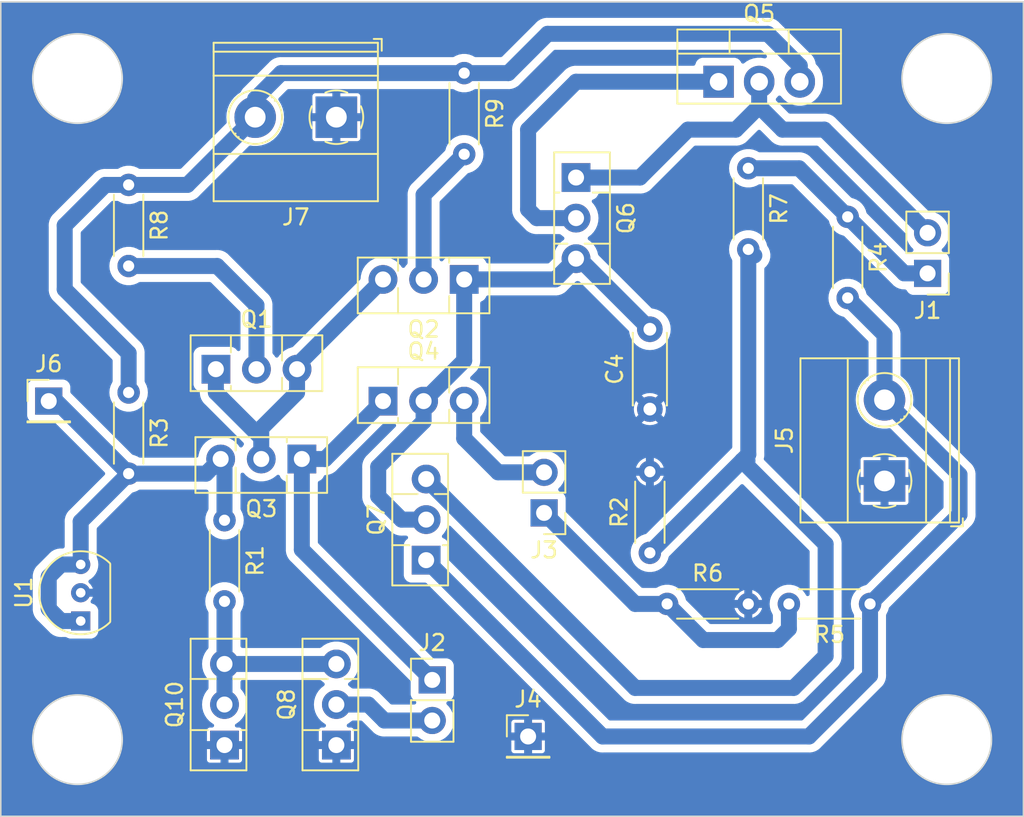
<source format=kicad_pcb>
(kicad_pcb (version 20221018) (generator pcbnew)
  (layers (0 "F.Cu" signal) (31 "B.Cu" signal) (34 "B.Paste" user) (35 "F.Paste" user) (36 "B.SilkS" user "B.Silkscreen") (37 "F.SilkS" user "F.Silkscreen") (38 "B.Mask" user) (39 "F.Mask" user) (44 "Edge.Cuts" user))
  (net 0 "")
  (net 1 "Net-(Q2-E)")
  (net 2 "GND")
  (net 3 "Net-(J5-Pin_2)")
  (net 4 "Net-(J7-Pin_2)")
  (net 5 "Net-(J6-Pin_1)")
  (net 6 "Net-(J1-Pin_1)")
  (net 7 "Net-(Q1-B)")
  (net 8 "Net-(Q7-B)")
  (net 9 "Net-(Q10-B)")
  (net 10 "Net-(Q1-C)")
  (net 11 "Net-(Q2-C)")
  (net 12 "Net-(Q5-B)")
  (net 13 "Net-(J2-Pin_1)")
  (net 14 "Net-(J3-Pin_1)")
  (net 15 "Net-(J3-Pin_2)")
  (net 16 "Net-(J2-Pin_2)")
  (net 17 "Net-(J1-Pin_2)")
  (footprint "Resistor_THT:R_Axial_DIN0204_L3.6mm_D1.6mm_P5.08mm_Horizontal" (layer "F.Cu") (at 157.78 53.42 -90)
    (fp_text reference "R7" (at 2.54 -1.92 90) (layer "F.SilkS"))
    (fp_text value "470")
    (fp_line (start 0.62 -0.92) (end 4.46 -0.92) (stroke (width 0.12)) (layer "F.SilkS"))
    (fp_line (start 0.62 0.92) (end 4.46 0.92) (stroke (width 0.12)) (layer "F.SilkS"))
    (pad "1" thru_hole circle (at 0 0 270) (size 1.4 1.4) (drill 0.7) (layers "*.Cu" "*.Mask") (net 6 "Net-(J1-Pin_1)"))
    (pad "2" thru_hole oval (at 5.08 0 270) (size 1.4 1.4) (drill 0.7) (layers "*.Cu" "*.Mask") (net 8 "Net-(Q7-B)"))
  )
  (footprint "Connector_PinHeader_2.54mm:PinHeader_1x01_P2.54mm_Vertical" (layer "F.Cu") (at 144 89)
    (fp_text reference "J4" (at 0 -2.33) (layer "F.SilkS"))
    (fp_text value "gnd")
    (fp_line (start -1.33 -1.33) (end 0 -1.33) (stroke (width 0.12)) (layer "F.SilkS"))
    (fp_line (start -1.33 0) (end -1.33 -1.33) (stroke (width 0.12)) (layer "F.SilkS"))
    (fp_line (start -1.33 1.27) (end -1.33 1.33) (stroke (width 0.12)) (layer "F.SilkS"))
    (fp_line (start -1.33 1.27) (end 1.33 1.27) (stroke (width 0.12)) (layer "F.SilkS"))
    (fp_line (start -1.33 1.33) (end 1.33 1.33) (stroke (width 0.12)) (layer "F.SilkS"))
    (fp_line (start 1.33 1.27) (end 1.33 1.33) (stroke (width 0.12)) (layer "F.SilkS"))
    (pad "1" thru_hole rect (at 0 0) (size 1.7 1.7) (drill 1) (layers "*.Cu" "*.Mask") (net 2 "GND"))
  )
  (footprint "Connector_PinHeader_2.54mm:PinHeader_1x02_P2.54mm_Vertical" (layer "F.Cu") (at 169 60 180)
    (fp_text reference "J1" (at 0 -2.33) (layer "F.SilkS"))
    (fp_text value "I1")
    (fp_line (start -1.33 -1.33) (end 0 -1.33) (stroke (width 0.12)) (layer "F.SilkS"))
    (fp_line (start -1.33 0) (end -1.33 -1.33) (stroke (width 0.12)) (layer "F.SilkS"))
    (fp_line (start -1.33 1.27) (end -1.33 3.87) (stroke (width 0.12)) (layer "F.SilkS"))
    (fp_line (start -1.33 1.27) (end 1.33 1.27) (stroke (width 0.12)) (layer "F.SilkS"))
    (fp_line (start -1.33 3.87) (end 1.33 3.87) (stroke (width 0.12)) (layer "F.SilkS"))
    (fp_line (start 1.33 1.27) (end 1.33 3.87) (stroke (width 0.12)) (layer "F.SilkS"))
    (pad "1" thru_hole rect (at 0 0 180) (size 1.7 1.7) (drill 1) (layers "*.Cu" "*.Mask") (net 6 "Net-(J1-Pin_1)"))
    (pad "2" thru_hole oval (at 0 2.54 180) (size 1.7 1.7) (drill 1) (layers "*.Cu" "*.Mask") (net 17 "Net-(J1-Pin_2)"))
  )
  (footprint "Capacitor_THT:C_Disc_D4.3mm_W1.9mm_P5.00mm" (layer "F.Cu") (at 151.62 68.5 90)
    (fp_text reference "C4" (at 2.5 -2.2 90) (layer "F.SilkS"))
    (fp_text value "330n")
    (fp_line (start 0.23 -1.07) (end 0.23 -1.055) (stroke (width 0.12)) (layer "F.SilkS"))
    (fp_line (start 0.23 -1.07) (end 4.77 -1.07) (stroke (width 0.12)) (layer "F.SilkS"))
    (fp_line (start 0.23 1.055) (end 0.23 1.07) (stroke (width 0.12)) (layer "F.SilkS"))
    (fp_line (start 0.23 1.07) (end 4.77 1.07) (stroke (width 0.12)) (layer "F.SilkS"))
    (fp_line (start 4.77 -1.07) (end 4.77 -1.055) (stroke (width 0.12)) (layer "F.SilkS"))
    (fp_line (start 4.77 1.055) (end 4.77 1.07) (stroke (width 0.12)) (layer "F.SilkS"))
    (pad "1" thru_hole circle (at 0 0 90) (size 1.6 1.6) (drill 0.8) (layers "*.Cu" "*.Mask") (net 2 "GND"))
    (pad "2" thru_hole circle (at 5 0 90) (size 1.6 1.6) (drill 0.8) (layers "*.Cu" "*.Mask") (net 1 "Net-(Q2-E)"))
  )
  (footprint "Package_TO_SOT_THT:TO-126-3_Vertical" (layer "F.Cu") (at 125 89.54 90)
    (fp_text reference "Q10" (at 2.54 -3.12 90) (layer "F.SilkS"))
    (fp_text value "BD139")
    (fp_line (start -1.58 -2.12) (end -1.58 1.37) (stroke (width 0.12)) (layer "F.SilkS"))
    (fp_line (start -1.58 -2.12) (end 6.66 -2.12) (stroke (width 0.12)) (layer "F.SilkS"))
    (fp_line (start -1.58 1.37) (end 6.66 1.37) (stroke (width 0.12)) (layer "F.SilkS"))
    (fp_line (start 0.94 -2.12) (end 0.94 -1.05) (stroke (width 0.12)) (layer "F.SilkS"))
    (fp_line (start 0.94 1.05) (end 0.94 1.37) (stroke (width 0.12)) (layer "F.SilkS"))
    (fp_line (start 4.141 -2.12) (end 4.141 -0.54) (stroke (width 0.12)) (layer "F.SilkS"))
    (fp_line (start 4.141 0.54) (end 4.141 1.37) (stroke (width 0.12)) (layer "F.SilkS"))
    (fp_line (start 6.66 -2.12) (end 6.66 1.37) (stroke (width 0.12)) (layer "F.SilkS"))
    (pad "1" thru_hole rect (at 0 0 90) (size 1.8 1.8) (drill 1) (layers "*.Cu" "*.Mask") (net 2 "GND"))
    (pad "2" thru_hole oval (at 2.54 0 90) (size 1.8 1.8) (drill 1) (layers "*.Cu" "*.Mask") (net 9 "Net-(Q10-B)"))
    (pad "3" thru_hole oval (at 5.08 0 90) (size 1.8 1.8) (drill 1) (layers "*.Cu" "*.Mask") (net 9 "Net-(Q10-B)"))
  )
  (footprint "Connector_PinHeader_2.54mm:PinHeader_1x02_P2.54mm_Vertical" (layer "F.Cu") (at 145 75 180)
    (fp_text reference "J3" (at 0 -2.33) (layer "F.SilkS"))
    (fp_text value "I3")
    (fp_line (start -1.33 -1.33) (end 0 -1.33) (stroke (width 0.12)) (layer "F.SilkS"))
    (fp_line (start -1.33 0) (end -1.33 -1.33) (stroke (width 0.12)) (layer "F.SilkS"))
    (fp_line (start -1.33 1.27) (end -1.33 3.87) (stroke (width 0.12)) (layer "F.SilkS"))
    (fp_line (start -1.33 1.27) (end 1.33 1.27) (stroke (width 0.12)) (layer "F.SilkS"))
    (fp_line (start -1.33 3.87) (end 1.33 3.87) (stroke (width 0.12)) (layer "F.SilkS"))
    (fp_line (start 1.33 1.27) (end 1.33 3.87) (stroke (width 0.12)) (layer "F.SilkS"))
    (pad "1" thru_hole rect (at 0 0 180) (size 1.7 1.7) (drill 1) (layers "*.Cu" "*.Mask") (net 14 "Net-(J3-Pin_1)"))
    (pad "2" thru_hole oval (at 0 2.54 180) (size 1.7 1.7) (drill 1) (layers "*.Cu" "*.Mask") (net 15 "Net-(J3-Pin_2)"))
  )
  (footprint "TerminalBlock_Phoenix:TerminalBlock_Phoenix_MKDS-1,5-2-5.08_1x02_P5.08mm_Horizontal" (layer "F.Cu") (at 132 50.22 180)
    (fp_text reference "J7" (at 2.54 -6.26) (layer "F.SilkS"))
    (fp_text value "in")
    (fp_line (start -2.84 4.16) (end -2.84 4.9) (stroke (width 0.12)) (layer "F.SilkS"))
    (fp_line (start -2.84 4.9) (end -2.34 4.9) (stroke (width 0.12)) (layer "F.SilkS"))
    (fp_line (start -2.6 -5.261) (end -2.6 4.66) (stroke (width 0.12)) (layer "F.SilkS"))
    (fp_line (start -2.6 -5.261) (end 7.68 -5.261) (stroke (width 0.12)) (layer "F.SilkS"))
    (fp_line (start -2.6 -2.301) (end 7.68 -2.301) (stroke (width 0.12)) (layer "F.SilkS"))
    (fp_line (start -2.6 2.6) (end 7.68 2.6) (stroke (width 0.12)) (layer "F.SilkS"))
    (fp_line (start -2.6 4.1) (end 7.68 4.1) (stroke (width 0.12)) (layer "F.SilkS"))
    (fp_line (start -2.6 4.66) (end 7.68 4.66) (stroke (width 0.12)) (layer "F.SilkS"))
    (fp_line (start 3.853 1.023) (end 3.806 1.069) (stroke (width 0.12)) (layer "F.SilkS"))
    (fp_line (start 4.046 1.239) (end 4.011 1.274) (stroke (width 0.12)) (layer "F.SilkS"))
    (fp_line (start 6.15 -1.275) (end 6.115 -1.239) (stroke (width 0.12)) (layer "F.SilkS"))
    (fp_line (start 6.355 -1.069) (end 6.308 -1.023) (stroke (width 0.12)) (layer "F.SilkS"))
    (fp_line (start 7.68 -5.261) (end 7.68 4.66) (stroke (width 0.12)) (layer "F.SilkS"))
    (fp_arc (start -1.535427 0.683042) (mid -1.680501 -0.000524) (end -1.535 -0.684) (stroke (width 0.12)) (layer "F.SilkS"))
    (fp_arc (start -0.683042 -1.535427) (mid 0.000524 -1.680501) (end 0.684 -1.535) (stroke (width 0.12)) (layer "F.SilkS"))
    (fp_arc (start 0.028805 1.680253) (mid -0.335551 1.646659) (end -0.684 1.535) (stroke (width 0.12)) (layer "F.SilkS"))
    (fp_arc (start 0.683318 1.534756) (mid 0.349292 1.643288) (end 0 1.68) (stroke (width 0.12)) (layer "F.SilkS"))
    (fp_arc (start 1.535427 -0.683042) (mid 1.680501 0.000524) (end 1.535 0.684) (stroke (width 0.12)) (layer "F.SilkS"))
    (fp_circle (center 5.08 0) (end 6.76 0) (stroke (width 0.12)) (fill none) (layer "F.SilkS"))
    (pad "1" thru_hole rect (at 0 0 180) (size 2.6 2.6) (drill 1.3) (layers "*.Cu" "*.Mask") (net 2 "GND"))
    (pad "2" thru_hole circle (at 5.08 0 180) (size 2.6 2.6) (drill 1.3) (layers "*.Cu" "*.Mask") (net 4 "Net-(J7-Pin_2)"))
  )
  (footprint "Resistor_THT:R_Axial_DIN0204_L3.6mm_D1.6mm_P5.08mm_Horizontal" (layer "F.Cu") (at 140 47.46 -90)
    (fp_text reference "R9" (at 2.54 -1.92 90) (layer "F.SilkS"))
    (fp_text value "100")
    (fp_line (start 0.62 -0.92) (end 4.46 -0.92) (stroke (width 0.12)) (layer "F.SilkS"))
    (fp_line (start 0.62 0.92) (end 4.46 0.92) (stroke (width 0.12)) (layer "F.SilkS"))
    (pad "1" thru_hole circle (at 0 0 270) (size 1.4 1.4) (drill 0.7) (layers "*.Cu" "*.Mask") (net 4 "Net-(J7-Pin_2)"))
    (pad "2" thru_hole oval (at 5.08 0 270) (size 1.4 1.4) (drill 0.7) (layers "*.Cu" "*.Mask") (net 11 "Net-(Q2-C)"))
  )
  (footprint "Package_TO_SOT_THT:TO-220-3_Vertical" (layer "F.Cu") (at 155.92 48)
    (fp_text reference "Q5" (at 2.54 -4.27) (layer "F.SilkS"))
    (fp_text value "TIP42C")
    (fp_line (start -2.58 -3.27) (end -2.58 1.371) (stroke (width 0.12)) (layer "F.SilkS"))
    (fp_line (start -2.58 -3.27) (end 7.66 -3.27) (stroke (width 0.12)) (layer "F.SilkS"))
    (fp_line (start -2.58 -1.76) (end 7.66 -1.76) (stroke (width 0.12)) (layer "F.SilkS"))
    (fp_line (start -2.58 1.371) (end 7.66 1.371) (stroke (width 0.12)) (layer "F.SilkS"))
    (fp_line (start 0.69 -3.27) (end 0.69 -1.76) (stroke (width 0.12)) (layer "F.SilkS"))
    (fp_line (start 4.391 -3.27) (end 4.391 -1.76) (stroke (width 0.12)) (layer "F.SilkS"))
    (fp_line (start 7.66 -3.27) (end 7.66 1.371) (stroke (width 0.12)) (layer "F.SilkS"))
    (pad "1" thru_hole rect (at 0 0) (size 1.905 2) (drill 1.1) (layers "*.Cu" "*.Mask") (net 12 "Net-(Q5-B)"))
    (pad "2" thru_hole oval (at 2.54 0) (size 1.905 2) (drill 1.1) (layers "*.Cu" "*.Mask") (net 17 "Net-(J1-Pin_2)"))
    (pad "3" thru_hole oval (at 5.08 0) (size 1.905 2) (drill 1.1) (layers "*.Cu" "*.Mask") (net 4 "Net-(J7-Pin_2)"))
  )
  (footprint "Connector_PinHeader_2.54mm:PinHeader_1x01_P2.54mm_Vertical" (layer "F.Cu") (at 114 68)
    (fp_text reference "J6" (at 0 -2.33) (layer "F.SilkS"))
    (fp_text value "V1")
    (fp_line (start -1.33 -1.33) (end 0 -1.33) (stroke (width 0.12)) (layer "F.SilkS"))
    (fp_line (start -1.33 0) (end -1.33 -1.33) (stroke (width 0.12)) (layer "F.SilkS"))
    (fp_line (start -1.33 1.27) (end -1.33 1.33) (stroke (width 0.12)) (layer "F.SilkS"))
    (fp_line (start -1.33 1.27) (end 1.33 1.27) (stroke (width 0.12)) (layer "F.SilkS"))
    (fp_line (start -1.33 1.33) (end 1.33 1.33) (stroke (width 0.12)) (layer "F.SilkS"))
    (fp_line (start 1.33 1.27) (end 1.33 1.33) (stroke (width 0.12)) (layer "F.SilkS"))
    (pad "1" thru_hole rect (at 0 0) (size 1.7 1.7) (drill 1) (layers "*.Cu" "*.Mask") (net 5 "Net-(J6-Pin_1)"))
  )
  (footprint "Package_TO_SOT_THT:TO-126-3_Vertical" (layer "F.Cu") (at 129.84 71.625 180)
    (fp_text reference "Q3" (at 2.54 -3.12) (layer "F.SilkS"))
    (fp_text value "BD139")
    (fp_line (start -1.58 -2.12) (end -1.58 1.37) (stroke (width 0.12)) (layer "F.SilkS"))
    (fp_line (start -1.58 -2.12) (end 6.66 -2.12) (stroke (width 0.12)) (layer "F.SilkS"))
    (fp_line (start -1.58 1.37) (end 6.66 1.37) (stroke (width 0.12)) (layer "F.SilkS"))
    (fp_line (start 0.94 -2.12) (end 0.94 -1.05) (stroke (width 0.12)) (layer "F.SilkS"))
    (fp_line (start 0.94 1.05) (end 0.94 1.37) (stroke (width 0.12)) (layer "F.SilkS"))
    (fp_line (start 4.141 -2.12) (end 4.141 -0.54) (stroke (width 0.12)) (layer "F.SilkS"))
    (fp_line (start 4.141 0.54) (end 4.141 1.37) (stroke (width 0.12)) (layer "F.SilkS"))
    (fp_line (start 6.66 -2.12) (end 6.66 1.37) (stroke (width 0.12)) (layer "F.SilkS"))
    (pad "1" thru_hole rect (at 0 0 180) (size 1.8 1.8) (drill 1) (layers "*.Cu" "*.Mask") (net 13 "Net-(J2-Pin_1)"))
    (pad "2" thru_hole oval (at 2.54 0 180) (size 1.8 1.8) (drill 1) (layers "*.Cu" "*.Mask") (net 7 "Net-(Q1-B)"))
    (pad "3" thru_hole oval (at 5.08 0 180) (size 1.8 1.8) (drill 1) (layers "*.Cu" "*.Mask") (net 5 "Net-(J6-Pin_1)"))
  )
  (footprint "Package_TO_SOT_THT:TO-126-3_Vertical" (layer "F.Cu") (at 137.62 77.96 90)
    (fp_text reference "Q7" (at 2.54 -3.12 90) (layer "F.SilkS"))
    (fp_text value "BD139")
    (fp_line (start -1.58 -2.12) (end -1.58 1.37) (stroke (width 0.12)) (layer "F.SilkS"))
    (fp_line (start -1.58 -2.12) (end 6.66 -2.12) (stroke (width 0.12)) (layer "F.SilkS"))
    (fp_line (start -1.58 1.37) (end 6.66 1.37) (stroke (width 0.12)) (layer "F.SilkS"))
    (fp_line (start 0.94 -2.12) (end 0.94 -1.05) (stroke (width 0.12)) (layer "F.SilkS"))
    (fp_line (start 0.94 1.05) (end 0.94 1.37) (stroke (width 0.12)) (layer "F.SilkS"))
    (fp_line (start 4.141 -2.12) (end 4.141 -0.54) (stroke (width 0.12)) (layer "F.SilkS"))
    (fp_line (start 4.141 0.54) (end 4.141 1.37) (stroke (width 0.12)) (layer "F.SilkS"))
    (fp_line (start 6.66 -2.12) (end 6.66 1.37) (stroke (width 0.12)) (layer "F.SilkS"))
    (pad "1" thru_hole rect (at 0 0 90) (size 1.8 1.8) (drill 1) (layers "*.Cu" "*.Mask") (net 3 "Net-(J5-Pin_2)"))
    (pad "2" thru_hole oval (at 2.54 0 90) (size 1.8 1.8) (drill 1) (layers "*.Cu" "*.Mask") (net 1 "Net-(Q2-E)"))
    (pad "3" thru_hole oval (at 5.08 0 90) (size 1.8 1.8) (drill 1) (layers "*.Cu" "*.Mask") (net 8 "Net-(Q7-B)"))
  )
  (footprint "Resistor_THT:R_Axial_DIN0204_L3.6mm_D1.6mm_P5.08mm_Horizontal" (layer "F.Cu") (at 152.7 80.7)
    (fp_text reference "R6" (at 2.54 -1.92) (layer "F.SilkS"))
    (fp_text value "470")
    (fp_line (start 0.62 -0.92) (end 4.46 -0.92) (stroke (width 0.12)) (layer "F.SilkS"))
    (fp_line (start 0.62 0.92) (end 4.46 0.92) (stroke (width 0.12)) (layer "F.SilkS"))
    (pad "1" thru_hole circle (at 0 0) (size 1.4 1.4) (drill 0.7) (layers "*.Cu" "*.Mask") (net 14 "Net-(J3-Pin_1)"))
    (pad "2" thru_hole oval (at 5.08 0) (size 1.4 1.4) (drill 0.7) (layers "*.Cu" "*.Mask") (net 2 "GND"))
  )
  (footprint "Resistor_THT:R_Axial_DIN0204_L3.6mm_D1.6mm_P5.08mm_Horizontal" (layer "F.Cu") (at 119 54.46 -90)
    (fp_text reference "R8" (at 2.54 -1.92 90) (layer "F.SilkS"))
    (fp_text value "100")
    (fp_line (start 0.62 -0.92) (end 4.46 -0.92) (stroke (width 0.12)) (layer "F.SilkS"))
    (fp_line (start 0.62 0.92) (end 4.46 0.92) (stroke (width 0.12)) (layer "F.SilkS"))
    (pad "1" thru_hole circle (at 0 0 270) (size 1.4 1.4) (drill 0.7) (layers "*.Cu" "*.Mask") (net 4 "Net-(J7-Pin_2)"))
    (pad "2" thru_hole oval (at 5.08 0 270) (size 1.4 1.4) (drill 0.7) (layers "*.Cu" "*.Mask") (net 10 "Net-(Q1-C)"))
  )
  (footprint "Package_TO_SOT_THT:TO-126-3_Vertical" (layer "F.Cu") (at 140 60.38 180)
    (fp_text reference "Q2" (at 2.54 -3.12) (layer "F.SilkS"))
    (fp_text value "BD140")
    (fp_line (start -1.58 -2.12) (end -1.58 1.37) (stroke (width 0.12)) (layer "F.SilkS"))
    (fp_line (start -1.58 -2.12) (end 6.66 -2.12) (stroke (width 0.12)) (layer "F.SilkS"))
    (fp_line (start -1.58 1.37) (end 6.66 1.37) (stroke (width 0.12)) (layer "F.SilkS"))
    (fp_line (start 0.94 -2.12) (end 0.94 -1.05) (stroke (width 0.12)) (layer "F.SilkS"))
    (fp_line (start 0.94 1.05) (end 0.94 1.37) (stroke (width 0.12)) (layer "F.SilkS"))
    (fp_line (start 4.141 -2.12) (end 4.141 -0.54) (stroke (width 0.12)) (layer "F.SilkS"))
    (fp_line (start 4.141 0.54) (end 4.141 1.37) (stroke (width 0.12)) (layer "F.SilkS"))
    (fp_line (start 6.66 -2.12) (end 6.66 1.37) (stroke (width 0.12)) (layer "F.SilkS"))
    (pad "1" thru_hole rect (at 0 0 180) (size 1.8 1.8) (drill 1) (layers "*.Cu" "*.Mask") (net 1 "Net-(Q2-E)"))
    (pad "2" thru_hole oval (at 2.54 0 180) (size 1.8 1.8) (drill 1) (layers "*.Cu" "*.Mask") (net 11 "Net-(Q2-C)"))
    (pad "3" thru_hole oval (at 5.08 0 180) (size 1.8 1.8) (drill 1) (layers "*.Cu" "*.Mask") (net 7 "Net-(Q1-B)"))
  )
  (footprint "Package_TO_SOT_THT:TO-126-3_Vertical" (layer "F.Cu") (at 124.46 66)
    (fp_text reference "Q1" (at 2.54 -3.12) (layer "F.SilkS"))
    (fp_text value "BD140")
    (fp_line (start -1.58 -2.12) (end -1.58 1.37) (stroke (width 0.12)) (layer "F.SilkS"))
    (fp_line (start -1.58 -2.12) (end 6.66 -2.12) (stroke (width 0.12)) (layer "F.SilkS"))
    (fp_line (start -1.58 1.37) (end 6.66 1.37) (stroke (width 0.12)) (layer "F.SilkS"))
    (fp_line (start 0.94 -2.12) (end 0.94 -1.05) (stroke (width 0.12)) (layer "F.SilkS"))
    (fp_line (start 0.94 1.05) (end 0.94 1.37) (stroke (width 0.12)) (layer "F.SilkS"))
    (fp_line (start 4.141 -2.12) (end 4.141 -0.54) (stroke (width 0.12)) (layer "F.SilkS"))
    (fp_line (start 4.141 0.54) (end 4.141 1.37) (stroke (width 0.12)) (layer "F.SilkS"))
    (fp_line (start 6.66 -2.12) (end 6.66 1.37) (stroke (width 0.12)) (layer "F.SilkS"))
    (pad "1" thru_hole rect (at 0 0) (size 1.8 1.8) (drill 1) (layers "*.Cu" "*.Mask") (net 7 "Net-(Q1-B)"))
    (pad "2" thru_hole oval (at 2.54 0) (size 1.8 1.8) (drill 1) (layers "*.Cu" "*.Mask") (net 10 "Net-(Q1-C)"))
    (pad "3" thru_hole oval (at 5.08 0) (size 1.8 1.8) (drill 1) (layers "*.Cu" "*.Mask") (net 7 "Net-(Q1-B)"))
  )
  (footprint "Resistor_THT:R_Axial_DIN0204_L3.6mm_D1.6mm_P5.08mm_Horizontal" (layer "F.Cu") (at 165.4 80.7 180)
    (fp_text reference "R5" (at 2.54 -1.92) (layer "F.SilkS"))
    (fp_text value "470")
    (fp_line (start 0.62 -0.92) (end 4.46 -0.92) (stroke (width 0.12)) (layer "F.SilkS"))
    (fp_line (start 0.62 0.92) (end 4.46 0.92) (stroke (width 0.12)) (layer "F.SilkS"))
    (pad "1" thru_hole circle (at 0 0 180) (size 1.4 1.4) (drill 0.7) (layers "*.Cu" "*.Mask") (net 3 "Net-(J5-Pin_2)"))
    (pad "2" thru_hole oval (at 5.08 0 180) (size 1.4 1.4) (drill 0.7) (layers "*.Cu" "*.Mask") (net 14 "Net-(J3-Pin_1)"))
  )
  (footprint "Resistor_THT:R_Axial_DIN0204_L3.6mm_D1.6mm_P5.08mm_Horizontal" (layer "F.Cu") (at 119 67.46 -90)
    (fp_text reference "R3" (at 2.54 -1.92 90) (layer "F.SilkS"))
    (fp_text value "470")
    (fp_line (start 0.62 -0.92) (end 4.46 -0.92) (stroke (width 0.12)) (layer "F.SilkS"))
    (fp_line (start 0.62 0.92) (end 4.46 0.92) (stroke (width 0.12)) (layer "F.SilkS"))
    (pad "1" thru_hole circle (at 0 0 270) (size 1.4 1.4) (drill 0.7) (layers "*.Cu" "*.Mask") (net 4 "Net-(J7-Pin_2)"))
    (pad "2" thru_hole oval (at 5.08 0 270) (size 1.4 1.4) (drill 0.7) (layers "*.Cu" "*.Mask") (net 5 "Net-(J6-Pin_1)"))
  )
  (footprint "Package_TO_SOT_THT:TO-92_Inline" (layer "F.Cu") (at 116 81.27 90)
    (fp_text reference "U1" (at 1.27 -3.56 90) (layer "F.SilkS"))
    (fp_text value "TL431LP")
    (fp_line (start -0.53 1.85) (end 3.07 1.85) (stroke (width 0.12)) (layer "F.SilkS"))
    (fp_arc (start -0.568478 1.838478) (mid -1.132087 -0.994977) (end 1.27 -2.6) (stroke (width 0.12)) (layer "F.SilkS"))
    (fp_arc (start 1.27 -2.6) (mid 3.672087 -0.994977) (end 3.108478 1.838478) (stroke (width 0.12)) (layer "F.SilkS"))
    (pad "1" thru_hole rect (at -0.5 0 90) (size 1.2 1.2) (drill 0.6) (layers "*.Cu" "*.Mask") (net 5 "Net-(J6-Pin_1)"))
    (pad "2" thru_hole oval (at 1.27 0 90) (size 1.2 1.2) (drill 0.6) (layers "*.Cu" "*.Mask") (net 2 "GND"))
    (pad "3" thru_hole oval (at 3.04 0 90) (size 1.2 1.2) (drill 0.6) (layers "*.Cu" "*.Mask") (net 5 "Net-(J6-Pin_1)"))
  )
  (footprint "Package_TO_SOT_THT:TO-126-3_Vertical" (layer "F.Cu") (at 132 89.54 90)
    (fp_text reference "Q8" (at 2.54 -3.12 90) (layer "F.SilkS"))
    (fp_text value "BD139")
    (fp_line (start -1.58 -2.12) (end -1.58 1.37) (stroke (width 0.12)) (layer "F.SilkS"))
    (fp_line (start -1.58 -2.12) (end 6.66 -2.12) (stroke (width 0.12)) (layer "F.SilkS"))
    (fp_line (start -1.58 1.37) (end 6.66 1.37) (stroke (width 0.12)) (layer "F.SilkS"))
    (fp_line (start 0.94 -2.12) (end 0.94 -1.05) (stroke (width 0.12)) (layer "F.SilkS"))
    (fp_line (start 0.94 1.05) (end 0.94 1.37) (stroke (width 0.12)) (layer "F.SilkS"))
    (fp_line (start 4.141 -2.12) (end 4.141 -0.54) (stroke (width 0.12)) (layer "F.SilkS"))
    (fp_line (start 4.141 0.54) (end 4.141 1.37) (stroke (width 0.12)) (layer "F.SilkS"))
    (fp_line (start 6.66 -2.12) (end 6.66 1.37) (stroke (width 0.12)) (layer "F.SilkS"))
    (pad "1" thru_hole rect (at 0 0 90) (size 1.8 1.8) (drill 1) (layers "*.Cu" "*.Mask") (net 2 "GND"))
    (pad "2" thru_hole oval (at 2.54 0 90) (size 1.8 1.8) (drill 1) (layers "*.Cu" "*.Mask") (net 16 "Net-(J2-Pin_2)"))
    (pad "3" thru_hole oval (at 5.08 0 90) (size 1.8 1.8) (drill 1) (layers "*.Cu" "*.Mask") (net 9 "Net-(Q10-B)"))
  )
  (footprint "Connector_PinHeader_2.54mm:PinHeader_1x02_P2.54mm_Vertical" (layer "F.Cu") (at 138 85.46)
    (fp_text reference "J2" (at 0 -2.33) (layer "F.SilkS"))
    (fp_text value "I2")
    (fp_line (start -1.33 -1.33) (end 0 -1.33) (stroke (width 0.12)) (layer "F.SilkS"))
    (fp_line (start -1.33 0) (end -1.33 -1.33) (stroke (width 0.12)) (layer "F.SilkS"))
    (fp_line (start -1.33 1.27) (end -1.33 3.87) (stroke (width 0.12)) (layer "F.SilkS"))
    (fp_line (start -1.33 1.27) (end 1.33 1.27) (stroke (width 0.12)) (layer "F.SilkS"))
    (fp_line (start -1.33 3.87) (end 1.33 3.87) (stroke (width 0.12)) (layer "F.SilkS"))
    (fp_line (start 1.33 1.27) (end 1.33 3.87) (stroke (width 0.12)) (layer "F.SilkS"))
    (pad "1" thru_hole rect (at 0 0) (size 1.7 1.7) (drill 1) (layers "*.Cu" "*.Mask") (net 13 "Net-(J2-Pin_1)"))
    (pad "2" thru_hole oval (at 0 2.54) (size 1.7 1.7) (drill 1) (layers "*.Cu" "*.Mask") (net 16 "Net-(J2-Pin_2)"))
  )
  (footprint "Package_TO_SOT_THT:TO-126-3_Vertical" (layer "F.Cu") (at 147 54 -90)
    (fp_text reference "Q6" (at 2.54 -3.12 90) (layer "F.SilkS"))
    (fp_text value "BD139")
    (fp_line (start -1.58 -2.12) (end -1.58 1.37) (stroke (width 0.12)) (layer "F.SilkS"))
    (fp_line (start -1.58 -2.12) (end 6.66 -2.12) (stroke (width 0.12)) (layer "F.SilkS"))
    (fp_line (start -1.58 1.37) (end 6.66 1.37) (stroke (width 0.12)) (layer "F.SilkS"))
    (fp_line (start 0.94 -2.12) (end 0.94 -1.05) (stroke (width 0.12)) (layer "F.SilkS"))
    (fp_line (start 0.94 1.05) (end 0.94 1.37) (stroke (width 0.12)) (layer "F.SilkS"))
    (fp_line (start 4.141 -2.12) (end 4.141 -0.54) (stroke (width 0.12)) (layer "F.SilkS"))
    (fp_line (start 4.141 0.54) (end 4.141 1.37) (stroke (width 0.12)) (layer "F.SilkS"))
    (fp_line (start 6.66 -2.12) (end 6.66 1.37) (stroke (width 0.12)) (layer "F.SilkS"))
    (pad "1" thru_hole rect (at 0 0 270) (size 1.8 1.8) (drill 1) (layers "*.Cu" "*.Mask") (net 17 "Net-(J1-Pin_2)"))
    (pad "2" thru_hole oval (at 2.54 0 270) (size 1.8 1.8) (drill 1) (layers "*.Cu" "*.Mask") (net 12 "Net-(Q5-B)"))
    (pad "3" thru_hole oval (at 5.08 0 270) (size 1.8 1.8) (drill 1) (layers "*.Cu" "*.Mask") (net 1 "Net-(Q2-E)"))
  )
  (footprint "Package_TO_SOT_THT:TO-126-3_Vertical" (layer "F.Cu") (at 134.92 68)
    (fp_text reference "Q4" (at 2.54 -3.12) (layer "F.SilkS"))
    (fp_text value "BD139")
    (fp_line (start -1.58 -2.12) (end -1.58 1.37) (stroke (width 0.12)) (layer "F.SilkS"))
    (fp_line (start -1.58 -2.12) (end 6.66 -2.12) (stroke (width 0.12)) (layer "F.SilkS"))
    (fp_line (start -1.58 1.37) (end 6.66 1.37) (stroke (width 0.12)) (layer "F.SilkS"))
    (fp_line (start 0.94 -2.12) (end 0.94 -1.05) (stroke (width 0.12)) (layer "F.SilkS"))
    (fp_line (start 0.94 1.05) (end 0.94 1.37) (stroke (width 0.12)) (layer "F.SilkS"))
    (fp_line (start 4.141 -2.12) (end 4.141 -0.54) (stroke (width 0.12)) (layer "F.SilkS"))
    (fp_line (start 4.141 0.54) (end 4.141 1.37) (stroke (width 0.12)) (layer "F.SilkS"))
    (fp_line (start 6.66 -2.12) (end 6.66 1.37) (stroke (width 0.12)) (layer "F.SilkS"))
    (pad "1" thru_hole rect (at 0 0) (size 1.8 1.8) (drill 1) (layers "*.Cu" "*.Mask") (net 13 "Net-(J2-Pin_1)"))
    (pad "2" thru_hole oval (at 2.54 0) (size 1.8 1.8) (drill 1) (layers "*.Cu" "*.Mask") (net 1 "Net-(Q2-E)"))
    (pad "3" thru_hole oval (at 5.08 0) (size 1.8 1.8) (drill 1) (layers "*.Cu" "*.Mask") (net 15 "Net-(J3-Pin_2)"))
  )
  (footprint "Resistor_THT:R_Axial_DIN0204_L3.6mm_D1.6mm_P5.08mm_Horizontal" (layer "F.Cu") (at 125 75.46 -90)
    (fp_text reference "R1" (at 2.54 -1.92 90) (layer "F.SilkS"))
    (fp_text value "390")
    (fp_line (start 0.62 -0.92) (end 4.46 -0.92) (stroke (width 0.12)) (layer "F.SilkS"))
    (fp_line (start 0.62 0.92) (end 4.46 0.92) (stroke (width 0.12)) (layer "F.SilkS"))
    (pad "1" thru_hole circle (at 0 0 270) (size 1.4 1.4) (drill 0.7) (layers "*.Cu" "*.Mask") (net 5 "Net-(J6-Pin_1)"))
    (pad "2" thru_hole oval (at 5.08 0 270) (size 1.4 1.4) (drill 0.7) (layers "*.Cu" "*.Mask") (net 9 "Net-(Q10-B)"))
  )
  (footprint "Resistor_THT:R_Axial_DIN0204_L3.6mm_D1.6mm_P5.08mm_Horizontal" (layer "F.Cu") (at 151.62 77.5 90)
    (fp_text reference "R2" (at 2.54 -1.92 90) (layer "F.SilkS"))
    (fp_text value "1k")
    (fp_line (start 0.62 -0.92) (end 4.46 -0.92) (stroke (width 0.12)) (layer "F.SilkS"))
    (fp_line (start 0.62 0.92) (end 4.46 0.92) (stroke (width 0.12)) (layer "F.SilkS"))
    (pad "1" thru_hole circle (at 0 0 90) (size 1.4 1.4) (drill 0.7) (layers "*.Cu" "*.Mask") (net 8 "Net-(Q7-B)"))
    (pad "2" thru_hole oval (at 5.08 0 90) (size 1.4 1.4) (drill 0.7) (layers "*.Cu" "*.Mask") (net 2 "GND"))
  )
  (footprint "Resistor_THT:R_Axial_DIN0204_L3.6mm_D1.6mm_P5.08mm_Horizontal" (layer "F.Cu") (at 164 56.46 -90)
    (fp_text reference "R4" (at 2.54 -1.92 90) (layer "F.SilkS"))
    (fp_text value "2")
    (fp_line (start 0.62 -0.92) (end 4.46 -0.92) (stroke (width 0.12)) (layer "F.SilkS"))
    (fp_line (start 0.62 0.92) (end 4.46 0.92) (stroke (width 0.12)) (layer "F.SilkS"))
    (pad "1" thru_hole circle (at 0 0 270) (size 1.4 1.4) (drill 0.7) (layers "*.Cu" "*.Mask") (net 6 "Net-(J1-Pin_1)"))
    (pad "2" thru_hole oval (at 5.08 0 270) (size 1.4 1.4) (drill 0.7) (layers "*.Cu" "*.Mask") (net 3 "Net-(J5-Pin_2)"))
  )
  (footprint "TerminalBlock_Phoenix:TerminalBlock_Phoenix_MKDS-1,5-2-5.08_1x02_P5.08mm_Horizontal" (layer "F.Cu") (at 166.305 73 90)
    (fp_text reference "J5" (at 2.54 -6.26 90) (layer "F.SilkS"))
    (fp_text value "out")
    (fp_line (start -2.84 4.16) (end -2.84 4.9) (stroke (width 0.12)) (layer "F.SilkS"))
    (fp_line (start -2.84 4.9) (end -2.34 4.9) (stroke (width 0.12)) (layer "F.SilkS"))
    (fp_line (start -2.6 -5.261) (end -2.6 4.66) (stroke (width 0.12)) (layer "F.SilkS"))
    (fp_line (start -2.6 -5.261) (end 7.68 -5.261) (stroke (width 0.12)) (layer "F.SilkS"))
    (fp_line (start -2.6 -2.301) (end 7.68 -2.301) (stroke (width 0.12)) (layer "F.SilkS"))
    (fp_line (start -2.6 2.6) (end 7.68 2.6) (stroke (width 0.12)) (layer "F.SilkS"))
    (fp_line (start -2.6 4.1) (end 7.68 4.1) (stroke (width 0.12)) (layer "F.SilkS"))
    (fp_line (start -2.6 4.66) (end 7.68 4.66) (stroke (width 0.12)) (layer "F.SilkS"))
    (fp_line (start 3.853 1.023) (end 3.806 1.069) (stroke (width 0.12)) (layer "F.SilkS"))
    (fp_line (start 4.046 1.239) (end 4.011 1.274) (stroke (width 0.12)) (layer "F.SilkS"))
    (fp_line (start 6.15 -1.275) (end 6.115 -1.239) (stroke (width 0.12)) (layer "F.SilkS"))
    (fp_line (start 6.355 -1.069) (end 6.308 -1.023) (stroke (width 0.12)) (layer "F.SilkS"))
    (fp_line (start 7.68 -5.261) (end 7.68 4.66) (stroke (width 0.12)) (layer "F.SilkS"))
    (fp_arc (start -1.535427 0.683042) (mid -1.680501 -0.000524) (end -1.535 -0.684) (stroke (width 0.12)) (layer "F.SilkS"))
    (fp_arc (start -0.683042 -1.535427) (mid 0.000524 -1.680501) (end 0.684 -1.535) (stroke (width 0.12)) (layer "F.SilkS"))
    (fp_arc (start 0.028805 1.680253) (mid -0.335551 1.646659) (end -0.684 1.535) (stroke (width 0.12)) (layer "F.SilkS"))
    (fp_arc (start 0.683318 1.534756) (mid 0.349292 1.643288) (end 0 1.68) (stroke (width 0.12)) (layer "F.SilkS"))
    (fp_arc (start 1.535427 -0.683042) (mid 1.680501 0.000524) (end 1.535 0.684) (stroke (width 0.12)) (layer "F.SilkS"))
    (fp_circle (center 5.08 0) (end 6.76 0) (stroke (width 0.12)) (fill none) (layer "F.SilkS"))
    (pad "1" thru_hole rect (at 0 0 90) (size 2.6 2.6) (drill 1.3) (layers "*.Cu" "*.Mask") (net 2 "GND"))
    (pad "2" thru_hole circle (at 5.08 0 90) (size 2.6 2.6) (drill 1.3) (layers "*.Cu" "*.Mask") (net 3 "Net-(J5-Pin_2)"))
  )
  (gr_rect (start 111 43) (end 175 94) (stroke (width 0.1)) (fill none) (layer "Edge.Cuts"))
  (gr_circle (center 115.8 47.8) (end 118.6 47.8) (stroke (width 0.1)) (fill none) (layer "Edge.Cuts"))
  (gr_circle (center 170.2 47.8) (end 173 47.8) (stroke (width 0.1)) (fill none) (layer "Edge.Cuts"))
  (gr_circle (center 115.8 89.2) (end 118.6 89.2) (stroke (width 0.1)) (fill none) (layer "Edge.Cuts"))
  (gr_circle (center 170.2 89.2) (end 173 89.2) (stroke (width 0.1)) (fill none) (layer "Edge.Cuts"))
  (segment (start 147 59.08) (end 147.2 59.08) (width 1) (layer "B.Cu") (net 1))
  (segment (start 137.62 75.42) (end 136.08 75.42) (width 1) (layer "B.Cu") (net 1))
  (segment (start 140 65.46) (end 140 60.38) (width 1) (layer "B.Cu") (net 1))
  (segment (start 140 60.38) (end 145.7 60.38) (width 1) (layer "B.Cu") (net 1))
  (segment (start 137.46 69.272792) (end 137.46 68) (width 1) (layer "B.Cu") (net 1))
  (segment (start 136.08 75.42) (end 134.62 73.96) (width 1) (layer "B.Cu") (net 1))
  (segment (start 147.2 59.08) (end 151.62 63.5) (width 1) (layer "B.Cu") (net 1))
  (segment (start 145.7 60.38) (end 147 59.08) (width 1) (layer "B.Cu") (net 1))
  (segment (start 134.62 73.96) (end 134.62 72.112792) (width 1) (layer "B.Cu") (net 1))
  (segment (start 137.46 68) (end 140 65.46) (width 1) (layer "B.Cu") (net 1))
  (segment (start 134.62 72.112792) (end 137.46 69.272792) (width 1) (layer "B.Cu") (net 1))
  (segment (start 166.305 63.845) (end 164 61.54) (width 1) (layer "B.Cu") (net 3))
  (segment (start 161.58 89) (end 165.4 85.18) (width 1) (layer "B.Cu") (net 3))
  (segment (start 165.4 85.18) (end 165.4 80.7) (width 1) (layer "B.Cu") (net 3))
  (segment (start 148.66 89) (end 161.58 89) (width 1) (layer "B.Cu") (net 3))
  (segment (start 166.305 67.92) (end 166.305 63.845) (width 1) (layer "B.Cu") (net 3))
  (segment (start 137.62 77.96) (end 148.66 89) (width 1) (layer "B.Cu") (net 3))
  (segment (start 171 72.615) (end 171 75.1) (width 1) (layer "B.Cu") (net 3))
  (segment (start 166.305 67.92) (end 171 72.615) (width 1) (layer "B.Cu") (net 3))
  (segment (start 171 75.1) (end 165.4 80.7) (width 1) (layer "B.Cu") (net 3))
  (segment (start 126.92 49.08) (end 128.54 47.46) (width 1) (layer "B.Cu") (net 4))
  (segment (start 142.76 47.46) (end 145.22 45) (width 1) (layer "B.Cu") (net 4))
  (segment (start 115 61) (end 115 57) (width 1) (layer "B.Cu") (net 4))
  (segment (start 126.92 50.22) (end 126.92 49.08) (width 1) (layer "B.Cu") (net 4))
  (segment (start 159 45) (end 161 47) (width 1) (layer "B.Cu") (net 4))
  (segment (start 115 57) (end 117.54 54.46) (width 1) (layer "B.Cu") (net 4))
  (segment (start 128.54 47.46) (end 140 47.46) (width 1) (layer "B.Cu") (net 4))
  (segment (start 161 47) (end 161 48) (width 1) (layer "B.Cu") (net 4))
  (segment (start 122.68 54.46) (end 126.92 50.22) (width 1) (layer "B.Cu") (net 4))
  (segment (start 119 67.46) (end 119 65) (width 1) (layer "B.Cu") (net 4))
  (segment (start 119 65) (end 115 61) (width 1) (layer "B.Cu") (net 4))
  (segment (start 119 54.46) (end 122.68 54.46) (width 1) (layer "B.Cu") (net 4))
  (segment (start 145.22 45) (end 159 45) (width 1) (layer "B.Cu") (net 4))
  (segment (start 117.54 54.46) (end 119 54.46) (width 1) (layer "B.Cu") (net 4))
  (segment (start 140 47.46) (end 142.76 47.46) (width 1) (layer "B.Cu") (net 4))
  (segment (start 116 75.54) (end 119 72.54) (width 1) (layer "B.Cu") (net 5))
  (segment (start 125 75.46) (end 125 71.865) (width 1) (layer "B.Cu") (net 5))
  (segment (start 116 78.23) (end 116 75.54) (width 1) (layer "B.Cu") (net 5))
  (segment (start 119 72.54) (end 123.845 72.54) (width 1) (layer "B.Cu") (net 5))
  (segment (start 114.77 78.23) (end 116 78.23) (width 1) (layer "B.Cu") (net 5))
  (segment (start 114 79) (end 114.77 78.23) (width 1) (layer "B.Cu") (net 5))
  (segment (start 123.845 72.54) (end 124.76 71.625) (width 1) (layer "B.Cu") (net 5))
  (segment (start 114 81) (end 114 79) (width 1) (layer "B.Cu") (net 5))
  (segment (start 116 81.77) (end 114.77 81.77) (width 1) (layer "B.Cu") (net 5))
  (segment (start 114 68) (end 114.46 68) (width 1) (layer "B.Cu") (net 5))
  (segment (start 125 71.865) (end 124.76 71.625) (width 1) (layer "B.Cu") (net 5))
  (segment (start 114.46 68) (end 119 72.54) (width 1) (layer "B.Cu") (net 5))
  (segment (start 114.77 81.77) (end 114 81) (width 1) (layer "B.Cu") (net 5))
  (segment (start 167.54 60) (end 164 56.46) (width 1) (layer "B.Cu") (net 6))
  (segment (start 169 60) (end 167.54 60) (width 1) (layer "B.Cu") (net 6))
  (segment (start 157.78 53.42) (end 160.96 53.42) (width 1) (layer "B.Cu") (net 6))
  (segment (start 160.96 53.42) (end 164 56.46) (width 1) (layer "B.Cu") (net 6))
  (segment (start 127.3 69.7) (end 129.54 67.46) (width 1) (layer "B.Cu") (net 7))
  (segment (start 127.3 70.3) (end 124.46 67.46) (width 1) (layer "B.Cu") (net 7))
  (segment (start 129.54 66) (end 129.54 65.76) (width 1) (layer "B.Cu") (net 7))
  (segment (start 129.54 65.76) (end 134.92 60.38) (width 1) (layer "B.Cu") (net 7))
  (segment (start 124.46 67.46) (end 124.46 66) (width 1) (layer "B.Cu") (net 7))
  (segment (start 127.3 71.625) (end 127.3 70.3) (width 1) (layer "B.Cu") (net 7))
  (segment (start 127.3 70.3) (end 127.3 69.7) (width 1) (layer "B.Cu") (net 7))
  (segment (start 129.54 67.46) (end 129.54 66) (width 1) (layer "B.Cu") (net 7))
  (segment (start 162.62 76.96) (end 157.39 71.73) (width 1) (layer "B.Cu") (net 8))
  (segment (start 151.62 77.5) (end 157.39 71.73) (width 1) (layer "B.Cu") (net 8))
  (segment (start 150.7 85.96) (end 160.62 85.96) (width 1) (layer "B.Cu") (net 8))
  (segment (start 157.78 71.34) (end 157.78 58.5) (width 1) (layer "B.Cu") (net 8))
  (segment (start 137.62 72.88) (end 150.7 85.96) (width 1) (layer "B.Cu") (net 8))
  (segment (start 157.73 71.73) (end 157.39 71.73) (width 1) (layer "B.Cu") (net 8))
  (segment (start 162.62 83.96) (end 162.62 76.96) (width 1) (layer "B.Cu") (net 8))
  (segment (start 158.16 58.88) (end 157.78 58.5) (width 1) (layer "B.Cu") (net 8))
  (segment (start 157.39 71.73) (end 157.78 71.34) (width 1) (layer "B.Cu") (net 8))
  (segment (start 160.62 85.96) (end 162.62 83.96) (width 1) (layer "B.Cu") (net 8))
  (segment (start 132 84.46) (end 125 84.46) (width 1) (layer "B.Cu") (net 9))
  (segment (start 125 84.46) (end 125 87) (width 1) (layer "B.Cu") (net 9))
  (segment (start 125 84.46) (end 125 80.54) (width 1) (layer "B.Cu") (net 9))
  (segment (start 127 62) (end 124.54 59.54) (width 1) (layer "B.Cu") (net 10))
  (segment (start 127 66) (end 127 62) (width 1) (layer "B.Cu") (net 10))
  (segment (start 124.54 59.54) (end 119 59.54) (width 1) (layer "B.Cu") (net 10))
  (segment (start 137.46 60.38) (end 137.46 55.08) (width 1) (layer "B.Cu") (net 11))
  (segment (start 137.46 55.08) (end 140 52.54) (width 1) (layer "B.Cu") (net 11))
  (segment (start 144.54 56.54) (end 144 56) (width 1) (layer "B.Cu") (net 12))
  (segment (start 144 56) (end 144 51) (width 1) (layer "B.Cu") (net 12))
  (segment (start 147 56.54) (end 144.54 56.54) (width 1) (layer "B.Cu") (net 12))
  (segment (start 147 48) (end 155.92 48) (width 1) (layer "B.Cu") (net 12))
  (segment (start 144 51) (end 147 48) (width 1) (layer "B.Cu") (net 12))
  (segment (start 129.84 71.625) (end 131.295 71.625) (width 1) (layer "B.Cu") (net 13))
  (segment (start 129.84 77.3) (end 129.84 71.625) (width 1) (layer "B.Cu") (net 13))
  (segment (start 138 85.46) (end 129.84 77.3) (width 1) (layer "B.Cu") (net 13))
  (segment (start 131.295 71.625) (end 134.92 68) (width 1) (layer "B.Cu") (net 13))
  (segment (start 152.7 80.7) (end 154.96 82.96) (width 1) (layer "B.Cu") (net 14))
  (segment (start 160.32 82.26) (end 160.32 80.7) (width 1) (layer "B.Cu") (net 14))
  (segment (start 145 75) (end 150.7 80.7) (width 1) (layer "B.Cu") (net 14))
  (segment (start 150.7 80.7) (end 152.7 80.7) (width 1) (layer "B.Cu") (net 14))
  (segment (start 159.62 82.96) (end 160.32 82.26) (width 1) (layer "B.Cu") (net 14))
  (segment (start 154.96 82.96) (end 159.62 82.96) (width 1) (layer "B.Cu") (net 14))
  (segment (start 145 72.46) (end 142.12 72.46) (width 1) (layer "B.Cu") (net 15))
  (segment (start 142.12 72.46) (end 140 70.34) (width 1) (layer "B.Cu") (net 15))
  (segment (start 140 68) (end 140 70.34) (width 1) (layer "B.Cu") (net 15))
  (segment (start 138 88) (end 135 88) (width 1) (layer "B.Cu") (net 16))
  (segment (start 135 88) (end 134 87) (width 1) (layer "B.Cu") (net 16))
  (segment (start 134 87) (end 132 87) (width 1) (layer "B.Cu") (net 16))
  (segment (start 162.54 51) (end 159.92 51) (width 1) (layer "B.Cu") (net 17))
  (segment (start 154 51) (end 157 51) (width 1) (layer "B.Cu") (net 17))
  (segment (start 157 51) (end 158.46 49.54) (width 1) (layer "B.Cu") (net 17))
  (segment (start 151 54) (end 154 51) (width 1) (layer "B.Cu") (net 17))
  (segment (start 158.46 49.54) (end 158.46 48) (width 1) (layer "B.Cu") (net 17))
  (segment (start 147 54) (end 151 54) (width 1) (layer "B.Cu") (net 17))
  (segment (start 159.92 51) (end 158.46 49.54) (width 1) (layer "B.Cu") (net 17))
  (segment (start 169 57.46) (end 162.54 51) (width 1) (layer "B.Cu") (net 17))
  (zone (net 2) (net_name "GND") (layer "B.Cu") (connect_pads (clearance 0.5)) (min_thickness 0.25) (fill yes (thermal_gap 0.2) (thermal_bridge_width 0.5))
    (polygon (pts (xy 111 43) (xy 175 43) (xy 175 94) (xy 111 94)))
  )
)
</source>
